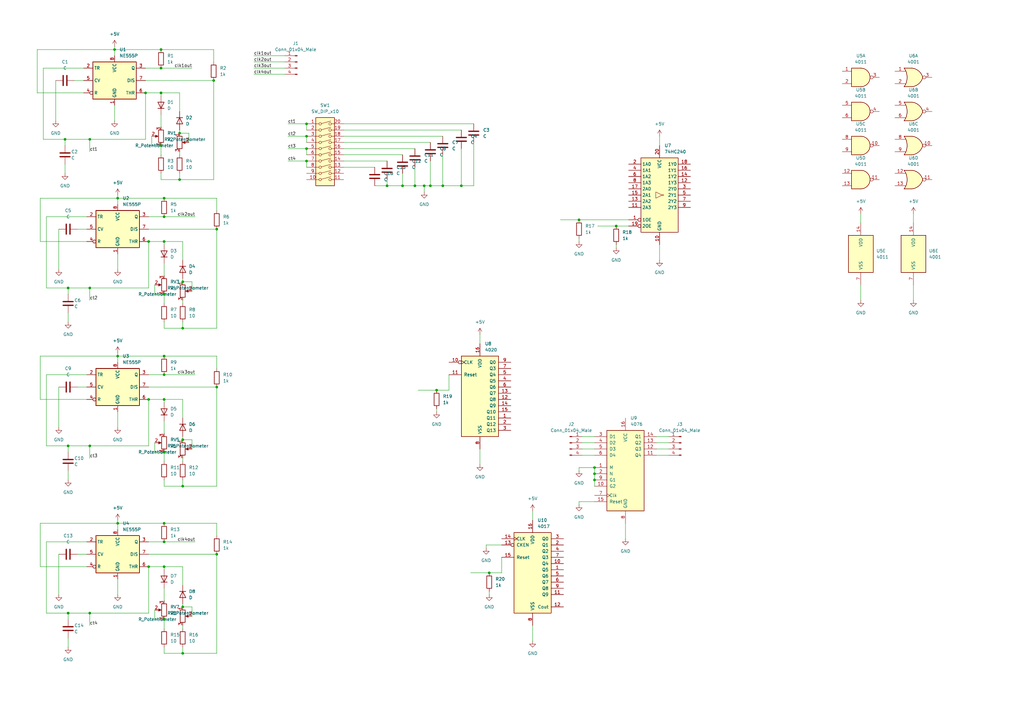
<source format=kicad_sch>
(kicad_sch (version 20211123) (generator eeschema)
  (paper "A3")
  (lib_symbols
    (symbol "4xxx:4001" (pin_names (offset 1.016))
      (property "Reference" "U" (at 0 1.27 0))
      (property "Value" "4001" (at 0 -1.27 0))
      (symbol "4001_1_1"
        (pin input line (at -7.62 2.54 0) (length 4.318) (name "~") (number "1"))
        (pin input line (at -7.62 -2.54 0) (length 4.318) (name "~") (number "2"))
        (pin output inverted (at 7.62 0 180) (length 3.81) (name "~") (number "3"))
      )
      (symbol "4001_1_2"
        (pin input inverted (at -7.62 2.54 0) (length 3.81) (name "~") (number "1"))
        (pin input inverted (at -7.62 -2.54 0) (length 3.81) (name "~") (number "2"))
        (pin output line (at 7.62 0 180) (length 3.81) (name "~") (number "3"))
      )
      (symbol "4001_2_1"
        (pin output inverted (at 7.62 0 180) (length 3.81) (name "~") (number "4"))
        (pin input line (at -7.62 2.54 0) (length 4.318) (name "~") (number "5"))
        (pin input line (at -7.62 -2.54 0) (length 4.318) (name "~") (number "6"))
      )
      (symbol "4001_2_2"
        (pin output line (at 7.62 0 180) (length 3.81) (name "~") (number "4"))
        (pin input inverted (at -7.62 2.54 0) (length 3.81) (name "~") (number "5"))
        (pin input inverted (at -7.62 -2.54 0) (length 3.81) (name "~") (number "6"))
      )
      (symbol "4001_3_1"
        (pin output inverted (at 7.62 0 180) (length 3.81) (name "~") (number "10"))
        (pin input line (at -7.62 2.54 0) (length 4.318) (name "~") (number "8"))
        (pin input line (at -7.62 -2.54 0) (length 4.318) (name "~") (number "9"))
      )
      (symbol "4001_3_2"
        (pin output line (at 7.62 0 180) (length 3.81) (name "~") (number "10"))
        (pin input inverted (at -7.62 2.54 0) (length 3.81) (name "~") (number "8"))
        (pin input inverted (at -7.62 -2.54 0) (length 3.81) (name "~") (number "9"))
      )
      (symbol "4001_4_1"
        (pin output inverted (at 7.62 0 180) (length 3.81) (name "~") (number "11"))
        (pin input line (at -7.62 2.54 0) (length 4.318) (name "~") (number "12"))
        (pin input line (at -7.62 -2.54 0) (length 4.318) (name "~") (number "13"))
      )
      (symbol "4001_4_2"
        (pin output line (at 7.62 0 180) (length 3.81) (name "~") (number "11"))
        (pin input inverted (at -7.62 2.54 0) (length 3.81) (name "~") (number "12"))
        (pin input inverted (at -7.62 -2.54 0) (length 3.81) (name "~") (number "13"))
      )
      (symbol "4001_5_0"
        (pin power_in line (at 0 12.7 270) (length 5.08) (name "VDD") (number "14"))
        (pin power_in line (at 0 -12.7 90) (length 5.08) (name "VSS") (number "7"))
      )
    )
    (symbol "4xxx:4011" (pin_names (offset 1.016))
      (property "Reference" "U" (at 0 1.27 0))
      (property "Value" "4011" (at 0 -1.27 0))
      (symbol "4011_1_1"
        (pin input line (at -7.62 2.54 0) (length 3.81) (name "~") (number "1"))
        (pin input line (at -7.62 -2.54 0) (length 3.81) (name "~") (number "2"))
        (pin output inverted (at 7.62 0 180) (length 3.81) (name "~") (number "3"))
      )
      (symbol "4011_1_2"
        (pin input inverted (at -7.62 2.54 0) (length 4.318) (name "~") (number "1"))
        (pin input inverted (at -7.62 -2.54 0) (length 4.318) (name "~") (number "2"))
        (pin output line (at 7.62 0 180) (length 3.81) (name "~") (number "3"))
      )
      (symbol "4011_2_1"
        (pin output inverted (at 7.62 0 180) (length 3.81) (name "~") (number "4"))
        (pin input line (at -7.62 2.54 0) (length 3.81) (name "~") (number "5"))
        (pin input line (at -7.62 -2.54 0) (length 3.81) (name "~") (number "6"))
      )
      (symbol "4011_2_2"
        (pin output line (at 7.62 0 180) (length 3.81) (name "~") (number "4"))
        (pin input inverted (at -7.62 2.54 0) (length 4.318) (name "~") (number "5"))
        (pin input inverted (at -7.62 -2.54 0) (length 4.318) (name "~") (number "6"))
      )
      (symbol "4011_3_1"
        (pin output inverted (at 7.62 0 180) (length 3.81) (name "~") (number "10"))
        (pin input line (at -7.62 2.54 0) (length 3.81) (name "~") (number "8"))
        (pin input line (at -7.62 -2.54 0) (length 3.81) (name "~") (number "9"))
      )
      (symbol "4011_3_2"
        (pin output line (at 7.62 0 180) (length 3.81) (name "~") (number "10"))
        (pin input inverted (at -7.62 2.54 0) (length 4.318) (name "~") (number "8"))
        (pin input inverted (at -7.62 -2.54 0) (length 4.318) (name "~") (number "9"))
      )
      (symbol "4011_4_1"
        (pin output inverted (at 7.62 0 180) (length 3.81) (name "~") (number "11"))
        (pin input line (at -7.62 2.54 0) (length 3.81) (name "~") (number "12"))
        (pin input line (at -7.62 -2.54 0) (length 3.81) (name "~") (number "13"))
      )
      (symbol "4011_4_2"
        (pin output line (at 7.62 0 180) (length 3.81) (name "~") (number "11"))
        (pin input inverted (at -7.62 2.54 0) (length 4.318) (name "~") (number "12"))
        (pin input inverted (at -7.62 -2.54 0) (length 4.318) (name "~") (number "13"))
      )
      (symbol "4011_5_0"
        (pin power_in line (at 0 12.7 270) (length 5.08) (name "VDD") (number "14"))
        (pin power_in line (at 0 -12.7 90) (length 5.08) (name "VSS") (number "7"))
      )
    )
    (symbol "4xxx:4017" (pin_names (offset 1.016))
      (property "Reference" "U" (at -7.62 16.51 0))
      (property "Value" "4017" (at -7.62 -19.05 0))
      (symbol "4017_1_0"
        (pin output line (at 12.7 0 180) (length 5.08) (name "Q5") (number "1"))
        (pin output line (at 12.7 2.54 180) (length 5.08) (name "Q4") (number "10"))
        (pin output line (at 12.7 -10.16 180) (length 5.08) (name "Q9") (number "11"))
        (pin output line (at 12.7 -15.24 180) (length 5.08) (name "Cout") (number "12"))
        (pin input inverted (at -12.7 10.16 0) (length 5.08) (name "CKEN") (number "13"))
        (pin input clock (at -12.7 12.7 0) (length 5.08) (name "CLK") (number "14"))
        (pin input line (at -12.7 5.08 0) (length 5.08) (name "Reset") (number "15"))
        (pin power_in line (at 0 20.32 270) (length 5.08) (name "VDD") (number "16"))
        (pin output line (at 12.7 10.16 180) (length 5.08) (name "Q1") (number "2"))
        (pin output line (at 12.7 12.7 180) (length 5.08) (name "Q0") (number "3"))
        (pin output line (at 12.7 7.62 180) (length 5.08) (name "Q2") (number "4"))
        (pin output line (at 12.7 -2.54 180) (length 5.08) (name "Q6") (number "5"))
        (pin output line (at 12.7 -5.08 180) (length 5.08) (name "Q7") (number "6"))
        (pin output line (at 12.7 5.08 180) (length 5.08) (name "Q3") (number "7"))
        (pin power_in line (at 0 -22.86 90) (length 5.08) (name "VSS") (number "8"))
        (pin output line (at 12.7 -7.62 180) (length 5.08) (name "Q8") (number "9"))
      )
    )
    (symbol "4xxx:4020" (pin_names (offset 1.016))
      (property "Reference" "U" (at -7.62 16.51 0))
      (property "Value" "4020" (at -7.62 -19.05 0))
      (symbol "4020_1_0"
        (pin output line (at 12.7 -10.16 180) (length 5.08) (name "Q11") (number "1"))
        (pin input inverted_clock (at -12.7 12.7 0) (length 5.08) (name "CLK") (number "10"))
        (pin input line (at -12.7 7.62 0) (length 5.08) (name "Reset") (number "11"))
        (pin output line (at 12.7 -2.54 180) (length 5.08) (name "Q8") (number "12"))
        (pin output line (at 12.7 0 180) (length 5.08) (name "Q7") (number "13"))
        (pin output line (at 12.7 -5.08 180) (length 5.08) (name "Q9") (number "14"))
        (pin output line (at 12.7 -7.62 180) (length 5.08) (name "Q10") (number "15"))
        (pin power_in line (at 0 20.32 270) (length 5.08) (name "VDD") (number "16"))
        (pin output line (at 12.7 -12.7 180) (length 5.08) (name "Q12") (number "2"))
        (pin output line (at 12.7 -15.24 180) (length 5.08) (name "Q13") (number "3"))
        (pin output line (at 12.7 5.08 180) (length 5.08) (name "Q5") (number "4"))
        (pin output line (at 12.7 7.62 180) (length 5.08) (name "Q4") (number "5"))
        (pin output line (at 12.7 2.54 180) (length 5.08) (name "Q6") (number "6"))
        (pin output line (at 12.7 10.16 180) (length 5.08) (name "Q3") (number "7"))
        (pin power_in line (at 0 -22.86 90) (length 5.08) (name "VSS") (number "8"))
        (pin output line (at 12.7 12.7 180) (length 5.08) (name "Q0") (number "9"))
      )
    )
    (symbol "4xxx:4076" (pin_names (offset 1.016))
      (property "Reference" "U" (at -7.62 16.51 0))
      (property "Value" "4076" (at -7.62 -19.05 0))
      (symbol "4076_1_0"
        (pin input line (at -12.7 0 0) (length 5.08) (name "M") (number "1"))
        (pin input line (at -12.7 -7.62 0) (length 5.08) (name "G2") (number "10"))
        (pin tri_state line (at 12.7 5.08 180) (length 5.08) (name "Q4") (number "11"))
        (pin tri_state line (at 12.7 7.62 180) (length 5.08) (name "Q3") (number "12"))
        (pin tri_state line (at 12.7 10.16 180) (length 5.08) (name "Q2") (number "13"))
        (pin tri_state line (at 12.7 12.7 180) (length 5.08) (name "Q1") (number "14"))
        (pin input line (at -12.7 -13.97 0) (length 5.08) (name "Reset") (number "15"))
        (pin power_in line (at 0 20.32 270) (length 5.08) (name "VCC") (number "16"))
        (pin input line (at -12.7 -2.54 0) (length 5.08) (name "N") (number "2"))
        (pin input line (at -12.7 12.7 0) (length 5.08) (name "D1") (number "3"))
        (pin input line (at -12.7 10.16 0) (length 5.08) (name "D2") (number "4"))
        (pin input line (at -12.7 7.62 0) (length 5.08) (name "D3") (number "5"))
        (pin tri_state line (at -12.7 5.08 0) (length 5.08) (name "D4") (number "6"))
        (pin input clock (at -12.7 -11.43 0) (length 5.08) (name "Clk") (number "7"))
        (pin power_in line (at 0 -22.86 90) (length 5.08) (name "GND") (number "8"))
        (pin input line (at -12.7 -5.08 0) (length 5.08) (name "G1") (number "9"))
      )
    )
    (symbol "74xx:74HC240"
      (property "Reference" "U" (at -7.62 16.51 0))
      (property "Value" "74HC240" (at -7.62 -16.51 0))
      (symbol "74HC240_1_0"
        (pin input inverted (at -12.7 -10.16 0) (length 5.08) (name "1OE") (number "1"))
        (pin power_in line (at 0 -20.32 90) (length 5.08) (name "GND") (number "10"))
        (pin input line (at -12.7 -5.08 0) (length 5.08) (name "2A3") (number "11"))
        (pin tri_state line (at 12.7 5.08 180) (length 5.08) (name "1Y3") (number "12"))
        (pin input line (at -12.7 -2.54 0) (length 5.08) (name "2A2") (number "13"))
        (pin tri_state line (at 12.7 7.62 180) (length 5.08) (name "1Y2") (number "14"))
        (pin input line (at -12.7 0 0) (length 5.08) (name "2A1") (number "15"))
        (pin tri_state line (at 12.7 10.16 180) (length 5.08) (name "1Y1") (number "16"))
        (pin input line (at -12.7 2.54 0) (length 5.08) (name "2A0") (number "17"))
        (pin tri_state line (at 12.7 12.7 180) (length 5.08) (name "1Y0") (number "18"))
        (pin input inverted (at -12.7 -12.7 0) (length 5.08) (name "2OE") (number "19"))
        (pin input line (at -12.7 12.7 0) (length 5.08) (name "1A0") (number "2"))
        (pin power_in line (at 0 20.32 270) (length 5.08) (name "VCC") (number "20"))
        (pin tri_state line (at 12.7 2.54 180) (length 5.08) (name "2Y0") (number "3"))
        (pin input line (at -12.7 10.16 0) (length 5.08) (name "1A1") (number "4"))
        (pin tri_state line (at 12.7 0 180) (length 5.08) (name "2Y1") (number "5"))
        (pin input line (at -12.7 7.62 0) (length 5.08) (name "1A2") (number "6"))
        (pin tri_state line (at 12.7 -2.54 180) (length 5.08) (name "2Y2") (number "7"))
        (pin input line (at -12.7 5.08 0) (length 5.08) (name "1A3") (number "8"))
        (pin tri_state line (at 12.7 -5.08 180) (length 5.08) (name "2Y3") (number "9"))
      )
    )
    (symbol "Connector:Conn_01x04_Male" (pin_names (offset 1.016) hide)
      (property "Reference" "J" (at 0 5.08 0))
      (property "Value" "Conn_01x04_Male" (at 0 -7.62 0))
      (symbol "Conn_01x04_Male_1_1"
        (pin passive line (at 5.08 2.54 180) (length 3.81) (name "Pin_1") (number "1"))
        (pin passive line (at 5.08 0 180) (length 3.81) (name "Pin_2") (number "2"))
        (pin passive line (at 5.08 -2.54 180) (length 3.81) (name "Pin_3") (number "3"))
        (pin passive line (at 5.08 -5.08 180) (length 3.81) (name "Pin_4") (number "4"))
      )
    )
    (symbol "Device:C" (pin_numbers hide) (pin_names (offset 0.254))
      (property "Reference" "C" (at 0.635 2.54 0))
      (property "Value" "C" (at 0.635 -2.54 0))
      (symbol "C_1_1"
        (pin passive line (at 0 3.81 270) (length 2.794) (name "~") (number "1"))
        (pin passive line (at 0 -3.81 90) (length 2.794) (name "~") (number "2"))
      )
    )
    (symbol "Device:D" (pin_numbers hide) (pin_names (offset 1.016) hide)
      (property "Reference" "D" (at 0 2.54 0))
      (property "Value" "D" (at 0 -2.54 0))
      (symbol "D_1_1"
        (pin passive line (at -3.81 0 0) (length 2.54) (name "K") (number "1"))
        (pin passive line (at 3.81 0 180) (length 2.54) (name "A") (number "2"))
      )
    )
    (symbol "Device:R" (pin_numbers hide) (pin_names (offset 0))
      (property "Reference" "R" (at 2.032 0 90))
      (property "Value" "R" (at 0 0 90))
      (symbol "R_1_1"
        (pin passive line (at 0 3.81 270) (length 1.27) (name "~") (number "1"))
        (pin passive line (at 0 -3.81 90) (length 1.27) (name "~") (number "2"))
      )
    )
    (symbol "Device:R_Potentiometer" (pin_names (offset 1.016) hide)
      (property "Reference" "RV" (at -4.445 0 90))
      (property "Value" "R_Potentiometer" (at -2.54 0 90))
      (symbol "R_Potentiometer_1_1"
        (pin passive line (at 0 3.81 270) (length 1.27) (name "1") (number "1"))
        (pin passive line (at 3.81 0 180) (length 1.27) (name "2") (number "2"))
        (pin passive line (at 0 -3.81 90) (length 1.27) (name "3") (number "3"))
      )
    )
    (symbol "Switch:SW_DIP_x10" (pin_names (offset 0) hide)
      (property "Reference" "SW" (at 0 16.51 0))
      (property "Value" "SW_DIP_x10" (at 0 -13.97 0))
      (symbol "SW_DIP_x10_1_1"
        (pin passive line (at -7.62 12.7 0) (length 5.08) (name "~") (number "1"))
        (pin passive line (at -7.62 -10.16 0) (length 5.08) (name "~") (number "10"))
        (pin passive line (at 7.62 -10.16 180) (length 5.08) (name "~") (number "11"))
        (pin passive line (at 7.62 -7.62 180) (length 5.08) (name "~") (number "12"))
        (pin passive line (at 7.62 -5.08 180) (length 5.08) (name "~") (number "13"))
        (pin passive line (at 7.62 -2.54 180) (length 5.08) (name "~") (number "14"))
        (pin passive line (at 7.62 0 180) (length 5.08) (name "~") (number "15"))
        (pin passive line (at 7.62 2.54 180) (length 5.08) (name "~") (number "16"))
        (pin passive line (at 7.62 5.08 180) (length 5.08) (name "~") (number "17"))
        (pin passive line (at 7.62 7.62 180) (length 5.08) (name "~") (number "18"))
        (pin passive line (at 7.62 10.16 180) (length 5.08) (name "~") (number "19"))
        (pin passive line (at -7.62 10.16 0) (length 5.08) (name "~") (number "2"))
        (pin passive line (at 7.62 12.7 180) (length 5.08) (name "~") (number "20"))
        (pin passive line (at -7.62 7.62 0) (length 5.08) (name "~") (number "3"))
        (pin passive line (at -7.62 5.08 0) (length 5.08) (name "~") (number "4"))
        (pin passive line (at -7.62 2.54 0) (length 5.08) (name "~") (number "5"))
        (pin passive line (at -7.62 0 0) (length 5.08) (name "~") (number "6"))
        (pin passive line (at -7.62 -2.54 0) (length 5.08) (name "~") (number "7"))
        (pin passive line (at -7.62 -5.08 0) (length 5.08) (name "~") (number "8"))
        (pin passive line (at -7.62 -7.62 0) (length 5.08) (name "~") (number "9"))
      )
    )
    (symbol "Timer:NE555P"
      (property "Reference" "U" (at -10.16 8.89 0))
      (property "Value" "NE555P" (at 2.54 8.89 0))
      (symbol "NE555P_0_0"
        (pin power_in line (at 0 -10.16 90) (length 2.54) (name "GND") (number "1"))
        (pin power_in line (at 0 10.16 270) (length 2.54) (name "VCC") (number "8"))
      )
      (symbol "NE555P_1_1"
        (pin input line (at -12.7 5.08 0) (length 3.81) (name "TR") (number "2"))
        (pin output line (at 12.7 5.08 180) (length 3.81) (name "Q") (number "3"))
        (pin input inverted (at -12.7 -5.08 0) (length 3.81) (name "R") (number "4"))
        (pin input line (at -12.7 0 0) (length 3.81) (name "CV") (number "5"))
        (pin input line (at 12.7 -5.08 180) (length 3.81) (name "THR") (number "6"))
        (pin input line (at 12.7 0 180) (length 3.81) (name "DIS") (number "7"))
      )
    )
    (symbol "power:+5V" (power) (pin_names (offset 0))
      (property "Value" "+5V" (at 0 3.556 0))
      (symbol "+5V_1_1"
        (pin power_in line (at 0 0 90) (length 0) hide (name "+5V") (number "1"))
      )
    )
    (symbol "power:GND" (power) (pin_names (offset 0))
      (property "Value" "GND" (at 0 -3.81 0))
      (symbol "GND_1_1"
        (pin power_in line (at 0 0 270) (length 0) hide (name "GND") (number "1"))
      )
    )
  )
  (junction (at 243.84 194.31))
  (junction (at 27.94 182.88))
  (junction (at 67.31 120.65))
  (junction (at 48.26 214.63))
  (junction (at 173.99 76.2))
  (junction (at 27.94 251.46))
  (junction (at 66.04 27.94))
  (junction (at 125.73 50.8))
  (junction (at 125.73 66.04))
  (junction (at 73.66 54.61))
  (junction (at 181.61 76.2))
  (junction (at 48.26 146.05))
  (junction (at 67.31 232.41))
  (junction (at 60.96 232.41))
  (junction (at 67.31 163.83))
  (junction (at 36.83 182.88))
  (junction (at 59.69 38.1))
  (junction (at 73.66 73.66))
  (junction (at 67.31 146.05))
  (junction (at 87.63 33.02))
  (junction (at 125.73 55.88))
  (junction (at 252.73 92.71))
  (junction (at 67.31 214.63))
  (junction (at 88.9 158.75))
  (junction (at 36.83 57.15))
  (junction (at 243.84 196.85))
  (junction (at 67.31 254))
  (junction (at 67.31 88.9))
  (junction (at 74.93 248.92))
  (junction (at 60.96 99.06))
  (junction (at 165.1 76.2))
  (junction (at 88.9 93.98))
  (junction (at 200.66 234.95))
  (junction (at 74.93 199.39))
  (junction (at 60.96 163.83))
  (junction (at 67.31 222.25))
  (junction (at 176.53 76.2))
  (junction (at 74.93 267.97))
  (junction (at 46.99 20.32))
  (junction (at 66.04 59.69))
  (junction (at 189.23 76.2))
  (junction (at 66.04 20.32))
  (junction (at 67.31 99.06))
  (junction (at 158.75 76.2))
  (junction (at 74.93 180.34))
  (junction (at 179.07 160.02))
  (junction (at 26.67 57.15))
  (junction (at 125.73 60.96))
  (junction (at 36.83 118.11))
  (junction (at 48.26 81.28))
  (junction (at 67.31 153.67))
  (junction (at 67.31 81.28))
  (junction (at 237.49 90.17))
  (junction (at 170.18 76.2))
  (junction (at 36.83 251.46))
  (junction (at 27.94 118.11))
  (junction (at 66.04 38.1))
  (junction (at 74.93 115.57))
  (junction (at 67.31 185.42))
  (junction (at 88.9 227.33))
  (junction (at 243.84 191.77))
  (junction (at 74.93 134.62))
  (wire (pts (xy 237.49 90.17) (xy 257.81 90.17)))
  (wire (pts (xy 243.84 191.77) (xy 243.84 194.31)))
  (wire (pts (xy 27.94 261.62) (xy 27.94 265.43)))
  (wire (pts (xy 77.47 58.42) (xy 77.47 54.61)))
  (wire (pts (xy 140.97 55.88) (xy 181.61 55.88)))
  (wire (pts (xy 16.51 99.06) (xy 16.51 81.28)))
  (wire (pts (xy 77.47 54.61) (xy 73.66 54.61)))
  (wire (pts (xy 67.31 134.62) (xy 74.93 134.62)))
  (wire (pts (xy 19.05 153.67) (xy 35.56 153.67)))
  (wire (pts (xy 74.93 114.3) (xy 74.93 115.57)))
  (wire (pts (xy 17.78 27.94) (xy 34.29 27.94)))
  (wire (pts (xy 59.69 27.94) (xy 66.04 27.94)))
  (wire (pts (xy 237.49 205.74) (xy 243.84 205.74)))
  (wire (pts (xy 46.99 20.32) (xy 66.04 20.32)))
  (wire (pts (xy 199.39 223.52) (xy 199.39 224.79)))
  (wire (pts (xy 26.67 57.15) (xy 17.78 57.15)))
  (wire (pts (xy 74.93 132.08) (xy 74.93 134.62)))
  (wire (pts (xy 26.67 57.15) (xy 26.67 59.69)))
  (wire (pts (xy 31.75 158.75) (xy 35.56 158.75)))
  (wire (pts (xy 200.66 234.95) (xy 205.74 234.95)))
  (wire (pts (xy 118.11 50.8) (xy 125.73 50.8)))
  (wire (pts (xy 274.32 179.07) (xy 269.24 179.07)))
  (wire (pts (xy 74.93 134.62) (xy 88.9 134.62)))
  (wire (pts (xy 66.04 59.69) (xy 66.04 63.5)))
  (wire (pts (xy 34.29 38.1) (xy 15.24 38.1)))
  (wire (pts (xy 67.31 146.05) (xy 88.9 146.05)))
  (wire (pts (xy 170.18 76.2) (xy 165.1 76.2)))
  (wire (pts (xy 158.75 76.2) (xy 158.75 73.66)))
  (wire (pts (xy 171.45 160.02) (xy 179.07 160.02)))
  (wire (pts (xy 374.65 87.63) (xy 374.65 91.44)))
  (wire (pts (xy 243.84 196.85) (xy 243.84 199.39)))
  (wire (pts (xy 67.31 153.67) (xy 80.01 153.67)))
  (wire (pts (xy 60.96 227.33) (xy 88.9 227.33)))
  (wire (pts (xy 78.74 248.92) (xy 74.93 248.92)))
  (wire (pts (xy 67.31 99.06) (xy 67.31 100.33)))
  (wire (pts (xy 140.97 63.5) (xy 165.1 63.5)))
  (wire (pts (xy 27.94 182.88) (xy 27.94 185.42)))
  (wire (pts (xy 74.93 267.97) (xy 88.9 267.97)))
  (wire (pts (xy 66.04 20.32) (xy 87.63 20.32)))
  (wire (pts (xy 67.31 232.41) (xy 67.31 233.68)))
  (wire (pts (xy 74.93 199.39) (xy 88.9 199.39)))
  (wire (pts (xy 46.99 19.05) (xy 46.99 20.32)))
  (wire (pts (xy 46.99 20.32) (xy 46.99 22.86)))
  (wire (pts (xy 194.31 76.2) (xy 189.23 76.2)))
  (wire (pts (xy 181.61 63.5) (xy 181.61 76.2)))
  (wire (pts (xy 48.26 237.49) (xy 48.26 243.84)))
  (wire (pts (xy 270.51 100.33) (xy 270.51 106.68)))
  (wire (pts (xy 36.83 182.88) (xy 60.96 182.88)))
  (wire (pts (xy 48.26 168.91) (xy 48.26 175.26)))
  (wire (pts (xy 66.04 38.1) (xy 73.66 38.1)))
  (wire (pts (xy 116.84 30.48) (xy 104.14 30.48)))
  (wire (pts (xy 60.96 163.83) (xy 67.31 163.83)))
  (wire (pts (xy 60.96 99.06) (xy 67.31 99.06)))
  (wire (pts (xy 66.04 73.66) (xy 73.66 73.66)))
  (wire (pts (xy 62.23 55.88) (xy 62.23 59.69)))
  (wire (pts (xy 63.5 250.19) (xy 63.5 254)))
  (wire (pts (xy 218.44 209.55) (xy 218.44 213.36)))
  (wire (pts (xy 87.63 25.4) (xy 87.63 20.32)))
  (wire (pts (xy 237.49 191.77) (xy 237.49 193.04)))
  (wire (pts (xy 30.48 33.02) (xy 34.29 33.02)))
  (wire (pts (xy 118.11 66.04) (xy 125.73 66.04)))
  (wire (pts (xy 245.11 92.71) (xy 252.73 92.71)))
  (wire (pts (xy 35.56 163.83) (xy 16.51 163.83)))
  (wire (pts (xy 67.31 163.83) (xy 74.93 163.83)))
  (wire (pts (xy 27.94 128.27) (xy 27.94 132.08)))
  (wire (pts (xy 27.94 251.46) (xy 36.83 251.46)))
  (wire (pts (xy 125.73 50.8) (xy 125.73 53.34)))
  (wire (pts (xy 48.26 214.63) (xy 67.31 214.63)))
  (wire (pts (xy 67.31 120.65) (xy 67.31 124.46)))
  (wire (pts (xy 67.31 196.85) (xy 67.31 199.39)))
  (wire (pts (xy 27.94 118.11) (xy 19.05 118.11)))
  (wire (pts (xy 63.5 120.65) (xy 67.31 120.65)))
  (wire (pts (xy 48.26 214.63) (xy 48.26 217.17)))
  (wire (pts (xy 59.69 38.1) (xy 59.69 57.15)))
  (wire (pts (xy 27.94 118.11) (xy 36.83 118.11)))
  (wire (pts (xy 194.31 58.42) (xy 194.31 76.2)))
  (wire (pts (xy 205.74 228.6) (xy 205.74 234.95)))
  (wire (pts (xy 116.84 22.86) (xy 104.14 22.86)))
  (wire (pts (xy 19.05 182.88) (xy 19.05 153.67)))
  (wire (pts (xy 19.05 88.9) (xy 35.56 88.9)))
  (wire (pts (xy 256.54 214.63) (xy 256.54 220.98)))
  (wire (pts (xy 66.04 46.99) (xy 66.04 52.07)))
  (wire (pts (xy 199.39 223.52) (xy 205.74 223.52)))
  (wire (pts (xy 74.93 196.85) (xy 74.93 199.39)))
  (wire (pts (xy 66.04 71.12) (xy 66.04 73.66)))
  (wire (pts (xy 274.32 181.61) (xy 269.24 181.61)))
  (wire (pts (xy 140.97 53.34) (xy 189.23 53.34)))
  (wire (pts (xy 31.75 227.33) (xy 35.56 227.33)))
  (wire (pts (xy 140.97 58.42) (xy 176.53 58.42)))
  (wire (pts (xy 243.84 194.31) (xy 243.84 196.85)))
  (wire (pts (xy 27.94 182.88) (xy 36.83 182.88)))
  (wire (pts (xy 48.26 81.28) (xy 48.26 83.82)))
  (wire (pts (xy 374.65 116.84) (xy 374.65 123.19)))
  (wire (pts (xy 196.85 184.15) (xy 196.85 190.5)))
  (wire (pts (xy 36.83 57.15) (xy 59.69 57.15)))
  (wire (pts (xy 46.99 43.18) (xy 46.99 49.53)))
  (wire (pts (xy 36.83 182.88) (xy 36.83 187.96)))
  (wire (pts (xy 73.66 71.12) (xy 73.66 73.66)))
  (wire (pts (xy 252.73 100.33) (xy 252.73 101.6)))
  (wire (pts (xy 62.23 59.69) (xy 66.04 59.69)))
  (wire (pts (xy 27.94 251.46) (xy 19.05 251.46)))
  (wire (pts (xy 17.78 57.15) (xy 17.78 27.94)))
  (wire (pts (xy 15.24 38.1) (xy 15.24 20.32)))
  (wire (pts (xy 173.99 76.2) (xy 173.99 78.74)))
  (wire (pts (xy 59.69 38.1) (xy 66.04 38.1)))
  (wire (pts (xy 78.74 184.15) (xy 78.74 180.34)))
  (wire (pts (xy 237.49 97.79) (xy 237.49 99.06)))
  (wire (pts (xy 16.51 214.63) (xy 48.26 214.63)))
  (wire (pts (xy 67.31 99.06) (xy 74.93 99.06)))
  (wire (pts (xy 74.93 247.65) (xy 74.93 248.92)))
  (wire (pts (xy 274.32 186.69) (xy 269.24 186.69)))
  (wire (pts (xy 15.24 20.32) (xy 46.99 20.32)))
  (wire (pts (xy 125.73 60.96) (xy 125.73 63.5)))
  (wire (pts (xy 88.9 93.98) (xy 88.9 134.62)))
  (wire (pts (xy 252.73 92.71) (xy 257.81 92.71)))
  (wire (pts (xy 116.84 27.94) (xy 104.14 27.94)))
  (wire (pts (xy 179.07 160.02) (xy 184.15 160.02)))
  (wire (pts (xy 63.5 185.42) (xy 67.31 185.42)))
  (wire (pts (xy 67.31 241.3) (xy 67.31 246.38)))
  (wire (pts (xy 60.96 153.67) (xy 67.31 153.67)))
  (wire (pts (xy 184.15 153.67) (xy 184.15 160.02)))
  (wire (pts (xy 35.56 99.06) (xy 16.51 99.06)))
  (wire (pts (xy 238.76 181.61) (xy 243.84 181.61)))
  (wire (pts (xy 179.07 167.64) (xy 179.07 168.91)))
  (wire (pts (xy 19.05 118.11) (xy 19.05 88.9)))
  (wire (pts (xy 74.93 240.03) (xy 74.93 232.41)))
  (wire (pts (xy 274.32 184.15) (xy 269.24 184.15)))
  (wire (pts (xy 66.04 38.1) (xy 66.04 39.37)))
  (wire (pts (xy 16.51 163.83) (xy 16.51 146.05)))
  (wire (pts (xy 78.74 180.34) (xy 74.93 180.34)))
  (wire (pts (xy 16.51 232.41) (xy 16.51 214.63)))
  (wire (pts (xy 60.96 222.25) (xy 67.31 222.25)))
  (wire (pts (xy 48.26 104.14) (xy 48.26 110.49)))
  (wire (pts (xy 140.97 66.04) (xy 158.75 66.04)))
  (wire (pts (xy 353.06 116.84) (xy 353.06 123.19)))
  (wire (pts (xy 60.96 232.41) (xy 60.96 251.46)))
  (wire (pts (xy 229.87 90.17) (xy 237.49 90.17)))
  (wire (pts (xy 237.49 191.77) (xy 243.84 191.77)))
  (wire (pts (xy 16.51 81.28) (xy 48.26 81.28)))
  (wire (pts (xy 176.53 76.2) (xy 173.99 76.2)))
  (wire (pts (xy 73.66 73.66) (xy 87.63 73.66)))
  (wire (pts (xy 67.31 267.97) (xy 74.93 267.97)))
  (wire (pts (xy 140.97 60.96) (xy 170.18 60.96)))
  (wire (pts (xy 24.13 227.33) (xy 24.13 243.84)))
  (wire (pts (xy 125.73 55.88) (xy 125.73 58.42)))
  (wire (pts (xy 189.23 60.96) (xy 189.23 76.2)))
  (wire (pts (xy 118.11 55.88) (xy 125.73 55.88)))
  (wire (pts (xy 67.31 88.9) (xy 80.01 88.9)))
  (wire (pts (xy 189.23 76.2) (xy 181.61 76.2)))
  (wire (pts (xy 60.96 93.98) (xy 88.9 93.98)))
  (wire (pts (xy 165.1 71.12) (xy 165.1 76.2)))
  (wire (pts (xy 74.93 106.68) (xy 74.93 99.06)))
  (wire (pts (xy 59.69 33.02) (xy 87.63 33.02)))
  (wire (pts (xy 74.93 256.54) (xy 74.93 257.81)))
  (wire (pts (xy 238.76 186.69) (xy 243.84 186.69)))
  (wire (pts (xy 48.26 80.01) (xy 48.26 81.28)))
  (wire (pts (xy 73.66 62.23) (xy 73.66 63.5)))
  (wire (pts (xy 196.85 137.16) (xy 196.85 140.97)))
  (wire (pts (xy 238.76 179.07) (xy 243.84 179.07)))
  (wire (pts (xy 153.67 76.2) (xy 158.75 76.2)))
  (wire (pts (xy 67.31 265.43) (xy 67.31 267.97)))
  (wire (pts (xy 87.63 33.02) (xy 87.63 73.66)))
  (wire (pts (xy 88.9 151.13) (xy 88.9 146.05)))
  (wire (pts (xy 26.67 57.15) (xy 36.83 57.15)))
  (wire (pts (xy 35.56 232.41) (xy 16.51 232.41)))
  (wire (pts (xy 36.83 57.15) (xy 36.83 62.23)))
  (wire (pts (xy 36.83 256.54) (xy 36.83 251.46)))
  (wire (pts (xy 60.96 232.41) (xy 67.31 232.41)))
  (wire (pts (xy 353.06 87.63) (xy 353.06 91.44)))
  (wire (pts (xy 60.96 99.06) (xy 60.96 118.11)))
  (wire (pts (xy 27.94 251.46) (xy 27.94 254)))
  (wire (pts (xy 88.9 219.71) (xy 88.9 214.63)))
  (wire (pts (xy 67.31 81.28) (xy 88.9 81.28)))
  (wire (pts (xy 48.26 81.28) (xy 67.31 81.28)))
  (wire (pts (xy 67.31 222.25) (xy 80.01 222.25)))
  (wire (pts (xy 67.31 163.83) (xy 67.31 165.1)))
  (wire (pts (xy 22.86 33.02) (xy 22.86 49.53)))
  (wire (pts (xy 36.83 118.11) (xy 60.96 118.11)))
  (wire (pts (xy 60.96 158.75) (xy 88.9 158.75)))
  (wire (pts (xy 19.05 222.25) (xy 35.56 222.25)))
  (wire (pts (xy 63.5 254) (xy 67.31 254)))
  (wire (pts (xy 67.31 214.63) (xy 88.9 214.63)))
  (wire (pts (xy 116.84 25.4) (xy 104.14 25.4)))
  (wire (pts (xy 67.31 185.42) (xy 67.31 189.23)))
  (wire (pts (xy 67.31 254) (xy 67.31 257.81)))
  (wire (pts (xy 63.5 181.61) (xy 63.5 185.42)))
  (wire (pts (xy 74.93 171.45) (xy 74.93 163.83)))
  (wire (pts (xy 36.83 118.11) (xy 36.83 123.19)))
  (wire (pts (xy 48.26 213.36) (xy 48.26 214.63)))
  (wire (pts (xy 67.31 172.72) (xy 67.31 177.8)))
  (wire (pts (xy 125.73 66.04) (xy 125.73 68.58)))
  (wire (pts (xy 67.31 199.39) (xy 74.93 199.39)))
  (wire (pts (xy 74.93 123.19) (xy 74.93 124.46)))
  (wire (pts (xy 181.61 76.2) (xy 176.53 76.2)))
  (wire (pts (xy 88.9 227.33) (xy 88.9 267.97)))
  (wire (pts (xy 140.97 50.8) (xy 194.31 50.8)))
  (wire (pts (xy 140.97 68.58) (xy 153.67 68.58)))
  (wire (pts (xy 60.96 163.83) (xy 60.96 182.88)))
  (wire (pts (xy 270.51 55.88) (xy 270.51 59.69)))
  (wire (pts (xy 218.44 256.54) (xy 218.44 262.89)))
  (wire (pts (xy 173.99 76.2) (xy 170.18 76.2)))
  (wire (pts (xy 118.11 60.96) (xy 125.73 60.96)))
  (wire (pts (xy 60.96 88.9) (xy 67.31 88.9)))
  (wire (pts (xy 78.74 115.57) (xy 74.93 115.57)))
  (wire (pts (xy 27.94 182.88) (xy 19.05 182.88)))
  (wire (pts (xy 74.93 187.96) (xy 74.93 189.23)))
  (wire (pts (xy 170.18 68.58) (xy 170.18 76.2)))
  (wire (pts (xy 88.9 158.75) (xy 88.9 199.39)))
  (wire (pts (xy 67.31 132.08) (xy 67.31 134.62)))
  (wire (pts (xy 193.04 234.95) (xy 200.66 234.95)))
  (wire (pts (xy 238.76 184.15) (xy 243.84 184.15)))
  (wire (pts (xy 74.93 179.07) (xy 74.93 180.34)))
  (wire (pts (xy 31.75 93.98) (xy 35.56 93.98)))
  (wire (pts (xy 200.66 242.57) (xy 200.66 243.84)))
  (wire (pts (xy 66.04 27.94) (xy 78.74 27.94)))
  (wire (pts (xy 24.13 158.75) (xy 24.13 175.26)))
  (wire (pts (xy 36.83 251.46) (xy 60.96 251.46)))
  (wire (pts (xy 73.66 53.34) (xy 73.66 54.61)))
  (wire (pts (xy 237.49 205.74) (xy 237.49 207.01)))
  (wire (pts (xy 73.66 45.72) (xy 73.66 38.1)))
  (wire (pts (xy 27.94 118.11) (xy 27.94 120.65)))
  (wire (pts (xy 26.67 67.31) (xy 26.67 71.12)))
  (wire (pts (xy 16.51 146.05) (xy 48.26 146.05)))
  (wire (pts (xy 176.53 66.04) (xy 176.53 76.2)))
  (wire (pts (xy 48.26 146.05) (xy 67.31 146.05)))
  (wire (pts (xy 48.26 146.05) (xy 48.26 148.59)))
  (wire (pts (xy 48.26 144.78) (xy 48.26 146.05)))
  (wire (pts (xy 24.13 93.98) (xy 24.13 110.49)))
  (wire (pts (xy 78.74 119.38) (xy 78.74 115.57)))
  (wire (pts (xy 78.74 252.73) (xy 78.74 248.92)))
  (wire (pts (xy 27.94 193.04) (xy 27.94 196.85)))
  (wire (pts (xy 88.9 86.36) (xy 88.9 81.28)))
  (wire (pts (xy 67.31 232.41) (xy 74.93 232.41)))
  (wire (pts (xy 165.1 76.2) (xy 158.75 76.2)))
  (wire (pts (xy 74.93 265.43) (xy 74.93 267.97)))
  (wire (pts (xy 63.5 116.84) (xy 63.5 120.65)))
  (wire (pts (xy 19.05 251.46) (xy 19.05 222.25)))
  (wire (pts (xy 67.31 107.95) (xy 67.31 113.03)))
  (label "clk1out" (at 78.74 27.94 180))
  (label "clk2out" (at 80.01 88.9 180))
  (label "clk2out" (at 104.14 25.4 0))
  (label "ct1" (at 36.83 62.23 0))
  (label "ct3" (at 36.83 187.96 0))
  (label "clk1out" (at 104.14 22.86 0))
  (label "clk4out" (at 104.14 30.48 0))
  (label "ct4" (at 118.11 66.04 0))
  (label "clk3out" (at 80.01 153.67 180))
  (label "clk4out" (at 80.01 222.25 180))
  (label "ct2" (at 118.11 55.88 0))
  (label "clk3out" (at 104.14 27.94 0))
  (label "ct1" (at 118.11 50.8 0))
  (label "ct4" (at 36.83 256.54 0))
  (label "ct3" (at 118.11 60.96 0))
  (label "ct2" (at 36.83 123.19 0))
  (symbol (lib_id "Device:R") (at 88.9 223.52 180) (unit 1)
    (property "Reference" "R14" (at 91.44 222.2499 0) (effects (justify right)))
    (property "Value" "1k" (at 91.44 224.7899 0) (effects (justify right)))
    (property "Footprint" "Resistor_THT:R_Axial_DIN0204_L3.6mm_D1.6mm_P5.08mm_Horizontal" (effects hide))
  )
  (symbol (lib_id "Device:R") (at 88.9 154.94 180) (unit 1)
    (property "Reference" "R10" (at 91.44 153.6699 0) (effects (justify right)))
    (property "Value" "1k" (at 91.44 156.2099 0) (effects (justify right)))
    (property "Footprint" "Resistor_THT:R_Axial_DIN0204_L3.6mm_D1.6mm_P5.08mm_Horizontal" (effects hide))
  )
  (symbol (lib_id "Device:D") (at 74.93 175.26 270) (unit 1)
    (property "Reference" "D6" (at 77.47 173.9899 90) (effects (justify left)))
    (property "Value" "D" (at 77.47 176.5299 90) (effects (justify left)))
    (property "Footprint" "Diode_THT:D_A-405_P5.08mm_Vertical_AnodeUp" (effects hide))
  )
  (symbol (lib_id "4xxx:4020") (at 196.85 161.29 0) (unit 1)
    (property "Reference" "U8" (at 198.8694 140.97 0) (effects (justify left)))
    (property "Value" "4020" (at 198.8694 143.51 0) (effects (justify left)))
    (property "Footprint" "Package_DIP:DIP-16_W7.62mm_Socket_LongPads" (effects hide))
    (property "Datasheet" "http://www.intersil.com/content/dam/Intersil/documents/cd40/cd4020bms-24bms-40bms.pdf" (effects hide))
  )
  (symbol (lib_id "power:GND") (at 237.49 207.01 0) (unit 1)
    (property "Reference" "#PWR029" (effects hide))
    (property "Value" "GND" (at 237.49 212.09 0))
  )
  (symbol (lib_id "power:GND") (at 27.94 132.08 0) (unit 1)
    (property "Reference" "#PWR08" (effects hide))
    (property "Value" "GND" (at 27.94 137.16 0))
  )
  (symbol (lib_id "Connector:Conn_01x04_Male") (at 121.92 25.4 0) (mirror y) (unit 1)
    (property "Reference" "J1" (at 121.285 17.78 0))
    (property "Value" "Conn_01x04_Male" (at 121.285 20.32 0))
    (property "Footprint" "Connector_PinSocket_2.54mm:PinSocket_1x04_P2.54mm_Horizontal" (effects hide))
  )
  (symbol (lib_id "Device:D") (at 67.31 237.49 90) (unit 1)
    (property "Reference" "D7" (at 69.85 236.2199 90) (effects (justify right)))
    (property "Value" "D" (at 69.85 238.7599 90) (effects (justify right)))
    (property "Footprint" "Diode_THT:D_A-405_P5.08mm_Vertical_AnodeUp" (effects hide))
  )
  (symbol (lib_id "Device:R") (at 67.31 261.62 180) (unit 1)
    (property "Reference" "R15" (at 69.85 260.3499 0) (effects (justify right)))
    (property "Value" "10" (at 69.85 262.8899 0) (effects (justify right)))
    (property "Footprint" "Resistor_THT:R_Axial_DIN0204_L3.6mm_D1.6mm_P5.08mm_Horizontal" (effects hide))
  )
  (symbol (lib_id "4xxx:4001") (at 374.65 59.69 0) (unit 3)
    (property "Reference" "U6" (at 374.65 50.8 0))
    (property "Value" "4001" (at 374.65 53.34 0))
    (property "Footprint" "Package_DIP:DIP-14_W7.62mm_Socket_LongPads" (effects hide))
    (property "Datasheet" "http://www.intersil.com/content/dam/Intersil/documents/cd40/cd4000bms-01bms-02bms-25bms.pdf" (effects hide))
  )
  (symbol (lib_id "power:GND") (at 48.26 110.49 0) (unit 1)
    (property "Reference" "#PWR07" (effects hide))
    (property "Value" "GND" (at 48.26 115.57 0))
  )
  (symbol (lib_id "Device:R_Potentiometer") (at 67.31 250.19 180) (unit 1)
    (property "Reference" "RV7" (at 69.85 248.9199 0) (effects (justify right)))
    (property "Value" "R_Potentiometer" (at 69.85 251.4599 0) (effects (justify right)))
    (property "Footprint" "Potentiometer_THT:Potentiometer_Piher_PT-6-H_Horizontal" (effects hide))
  )
  (symbol (lib_id "Device:C") (at 181.61 59.69 180) (unit 1)
    (property "Reference" "C7" (at 185.42 58.4199 0) (effects (justify right)))
    (property "Value" "C" (at 185.42 60.9599 0) (effects (justify right)))
    (property "Footprint" "Capacitor_THT:C_Radial_D6.3mm_H11.0mm_P2.50mm" (effects hide))
  )
  (symbol (lib_id "Device:C") (at 153.67 72.39 180) (unit 1)
    (property "Reference" "C16" (at 157.48 71.1199 0) (effects (justify right)))
    (property "Value" "C" (at 157.48 73.6599 0) (effects (justify right)))
    (property "Footprint" "Capacitor_THT:C_Disc_D5.0mm_W2.5mm_P2.50mm" (effects hide))
  )
  (symbol (lib_id "Device:R") (at 237.49 93.98 0) (unit 1)
    (property "Reference" "R17" (at 240.03 92.7099 0) (effects (justify left)))
    (property "Value" "1k" (at 240.03 95.2499 0) (effects (justify left)))
    (property "Footprint" "Resistor_THT:R_Axial_DIN0204_L3.6mm_D1.6mm_P5.08mm_Horizontal" (effects hide))
  )
  (symbol (lib_id "power:GND") (at 27.94 196.85 0) (unit 1)
    (property "Reference" "#PWR012" (effects hide))
    (property "Value" "GND" (at 27.94 201.93 0))
  )
  (symbol (lib_id "power:+5V") (at 48.26 144.78 0) (unit 1)
    (property "Reference" "#PWR09" (effects hide))
    (property "Value" "+5V" (at 48.26 139.7 0))
  )
  (symbol (lib_id "4xxx:4001") (at 374.65 104.14 0) (unit 5)
    (property "Reference" "U6" (at 381 102.8699 0) (effects (justify left)))
    (property "Value" "4001" (at 381 105.4099 0) (effects (justify left)))
    (property "Footprint" "Package_DIP:DIP-14_W7.62mm_Socket_LongPads" (effects hide))
    (property "Datasheet" "http://www.intersil.com/content/dam/Intersil/documents/cd40/cd4000bms-01bms-02bms-25bms.pdf" (effects hide))
  )
  (symbol (lib_id "Device:C") (at 170.18 64.77 180) (unit 1)
    (property "Reference" "C11" (at 173.99 63.4999 0) (effects (justify right)))
    (property "Value" "C" (at 173.99 66.0399 0) (effects (justify right)))
    (property "Footprint" "Capacitor_THT:C_Radial_D6.3mm_H11.0mm_P2.50mm" (effects hide))
  )
  (symbol (lib_id "power:GND") (at 256.54 220.98 0) (unit 1)
    (property "Reference" "#PWR031" (effects hide))
    (property "Value" "GND" (at 256.54 226.06 0))
  )
  (symbol (lib_id "4xxx:4011") (at 353.06 73.66 0) (unit 4)
    (property "Reference" "U5" (at 353.06 64.77 0))
    (property "Value" "4011" (at 353.06 67.31 0))
    (property "Footprint" "Package_DIP:DIP-14_W7.62mm_Socket_LongPads" (effects hide))
    (property "Datasheet" "http://www.intersil.com/content/dam/Intersil/documents/cd40/cd4011bms-12bms-23bms.pdf" (effects hide))
  )
  (symbol (lib_id "Device:R") (at 67.31 85.09 0) (unit 1)
    (property "Reference" "R5" (at 69.85 83.8199 0) (effects (justify left)))
    (property "Value" "1k" (at 69.85 86.3599 0) (effects (justify left)))
    (property "Footprint" "Resistor_THT:R_Axial_DIN0204_L3.6mm_D1.6mm_P5.08mm_Horizontal" (effects hide))
  )
  (symbol (lib_id "power:+5V") (at 48.26 80.01 0) (unit 1)
    (property "Reference" "#PWR05" (effects hide))
    (property "Value" "+5V" (at 48.26 74.93 0))
  )
  (symbol (lib_id "Device:C") (at 27.94 257.81 180) (unit 1)
    (property "Reference" "C14" (at 30.48 256.54 0) (effects (justify right)))
    (property "Value" "C" (at 30.48 259.08 0) (effects (justify right)))
    (property "Footprint" "Capacitor_THT:C_Disc_D5.0mm_W2.5mm_P2.50mm" (effects hide))
  )
  (symbol (lib_id "Timer:NE555P") (at 46.99 33.02 0) (unit 1)
    (property "Reference" "U1" (at 49.0094 20.32 0) (effects (justify left)))
    (property "Value" "NE555P" (at 49.0094 22.86 0) (effects (justify left)))
    (property "Footprint" "Package_DIP:DIP-8_W7.62mm" (effects hide))
    (property "Datasheet" "http://www.ti.com/lit/ds/symlink/ne555.pdf" (effects hide))
  )
  (symbol (lib_id "Device:R") (at 74.93 193.04 180) (unit 1)
    (property "Reference" "R12" (at 77.47 191.7699 0) (effects (justify right)))
    (property "Value" "10" (at 77.47 194.3099 0) (effects (justify right)))
    (property "Footprint" "Resistor_THT:R_Axial_DIN0204_L3.6mm_D1.6mm_P5.08mm_Horizontal" (effects hide))
  )
  (symbol (lib_id "power:GND") (at 46.99 49.53 0) (unit 1)
    (property "Reference" "#PWR03" (effects hide))
    (property "Value" "GND" (at 46.99 54.61 0))
  )
  (symbol (lib_id "power:GND") (at 24.13 175.26 0) (unit 1)
    (property "Reference" "#PWR010" (effects hide))
    (property "Value" "GND" (at 24.13 180.34 0))
  )
  (symbol (lib_id "power:GND") (at 199.39 224.79 0) (unit 1)
    (property "Reference" "#PWR032" (effects hide))
    (property "Value" "GND" (at 199.39 229.87 0))
  )
  (symbol (lib_id "Device:D") (at 73.66 49.53 270) (unit 1)
    (property "Reference" "D2" (at 76.2 48.2599 90) (effects (justify left)))
    (property "Value" "D" (at 76.2 50.7999 90) (effects (justify left)))
    (property "Footprint" "Diode_THT:D_A-405_P5.08mm_Vertical_AnodeUp" (effects hide))
  )
  (symbol (lib_id "Device:R") (at 252.73 96.52 0) (unit 1)
    (property "Reference" "R18" (at 255.27 95.2499 0) (effects (justify left)))
    (property "Value" "1k" (at 255.27 97.7899 0) (effects (justify left)))
    (property "Footprint" "Resistor_THT:R_Axial_DIN0204_L3.6mm_D1.6mm_P5.08mm_Horizontal" (effects hide))
  )
  (symbol (lib_id "power:GND") (at 218.44 262.89 0) (unit 1)
    (property "Reference" "#PWR034" (effects hide))
    (property "Value" "GND" (at 218.44 267.97 0))
  )
  (symbol (lib_id "Device:C") (at 26.67 33.02 90) (unit 1)
    (property "Reference" "C1" (at 26.67 25.4 90))
    (property "Value" "C" (at 26.67 27.94 90))
    (property "Footprint" "Capacitor_THT:C_Disc_D5.0mm_W2.5mm_P2.50mm" (effects hide))
  )
  (symbol (lib_id "Timer:NE555P") (at 48.26 227.33 0) (unit 1)
    (property "Reference" "U4" (at 50.2794 214.63 0) (effects (justify left)))
    (property "Value" "NE555P" (at 50.2794 217.17 0) (effects (justify left)))
    (property "Footprint" "Package_DIP:DIP-8_W7.62mm" (effects hide))
    (property "Datasheet" "http://www.ti.com/lit/ds/symlink/ne555.pdf" (effects hide))
  )
  (symbol (lib_id "4xxx:4011") (at 353.06 45.72 0) (unit 2)
    (property "Reference" "U5" (at 353.06 36.83 0))
    (property "Value" "4011" (at 353.06 39.37 0))
    (property "Footprint" "Package_DIP:DIP-14_W7.62mm_Socket_LongPads" (effects hide))
    (property "Datasheet" "http://www.intersil.com/content/dam/Intersil/documents/cd40/cd4011bms-12bms-23bms.pdf" (effects hide))
  )
  (symbol (lib_id "Device:R_Potentiometer") (at 67.31 116.84 180) (unit 1)
    (property "Reference" "RV3" (at 69.85 115.5699 0) (effects (justify right)))
    (property "Value" "R_Potentiometer" (at 69.85 118.1099 0) (effects (justify right)))
    (property "Footprint" "Potentiometer_THT:Potentiometer_Piher_PT-6-H_Horizontal" (effects hide))
  )
  (symbol (lib_id "Device:R_Potentiometer") (at 74.93 184.15 0) (unit 1)
    (property "Reference" "RV6" (at 72.39 182.8799 0) (effects (justify right)))
    (property "Value" "R_Potentiometer" (at 72.39 185.4199 0) (effects (justify right)))
    (property "Footprint" "Potentiometer_THT:Potentiometer_Piher_PT-6-H_Horizontal" (effects hide))
  )
  (symbol (lib_id "4xxx:4001") (at 374.65 31.75 0) (unit 1)
    (property "Reference" "U6" (at 374.65 22.86 0))
    (property "Value" "4001" (at 374.65 25.4 0))
    (property "Footprint" "Package_DIP:DIP-14_W7.62mm_Socket_LongPads" (effects hide))
    (property "Datasheet" "http://www.intersil.com/content/dam/Intersil/documents/cd40/cd4000bms-01bms-02bms-25bms.pdf" (effects hide))
  )
  (symbol (lib_id "power:GND") (at 48.26 175.26 0) (unit 1)
    (property "Reference" "#PWR011" (effects hide))
    (property "Value" "GND" (at 48.26 180.34 0))
  )
  (symbol (lib_id "Device:D") (at 74.93 110.49 270) (unit 1)
    (property "Reference" "D4" (at 77.47 109.2199 90) (effects (justify left)))
    (property "Value" "D" (at 77.47 111.7599 90) (effects (justify left)))
    (property "Footprint" "Diode_THT:D_A-405_P5.08mm_Vertical_AnodeUp" (effects hide))
  )
  (symbol (lib_id "Device:C") (at 194.31 54.61 180) (unit 1)
    (property "Reference" "C3" (at 198.12 53.3399 0) (effects (justify right)))
    (property "Value" "C" (at 198.12 55.8799 0) (effects (justify right)))
    (property "Footprint" "Capacitor_THT:C_Radial_D6.3mm_H11.0mm_P2.50mm" (effects hide))
  )
  (symbol (lib_id "Device:C") (at 27.94 93.98 90) (unit 1)
    (property "Reference" "C5" (at 27.94 86.36 90))
    (property "Value" "C" (at 27.94 88.9 90))
    (property "Footprint" "Capacitor_THT:C_Disc_D5.0mm_W2.5mm_P2.50mm" (effects hide))
  )
  (symbol (lib_id "Device:R") (at 87.63 29.21 180) (unit 1)
    (property "Reference" "R2" (at 90.17 27.9399 0) (effects (justify right)))
    (property "Value" "1k" (at 90.17 30.4799 0) (effects (justify right)))
    (property "Footprint" "Resistor_THT:R_Axial_DIN0204_L3.6mm_D1.6mm_P5.08mm_Horizontal" (effects hide))
  )
  (symbol (lib_id "74xx:74HC240") (at 270.51 80.01 0) (unit 1)
    (property "Reference" "U7" (at 272.5294 59.69 0) (effects (justify left)))
    (property "Value" "74HC240" (at 272.5294 62.23 0) (effects (justify left)))
    (property "Footprint" "Package_DIP:DIP-20_W7.62mm_Socket_LongPads" (effects hide))
    (property "Datasheet" "https://assets.nexperia.com/documents/data-sheet/74HC_HCT240.pdf" (effects hide))
  )
  (symbol (lib_id "4xxx:4011") (at 353.06 59.69 0) (unit 3)
    (property "Reference" "U5" (at 353.06 50.8 0))
    (property "Value" "4011" (at 353.06 53.34 0))
    (property "Footprint" "Package_DIP:DIP-14_W7.62mm_Socket_LongPads" (effects hide))
    (property "Datasheet" "http://www.intersil.com/content/dam/Intersil/documents/cd40/cd4011bms-12bms-23bms.pdf" (effects hide))
  )
  (symbol (lib_id "Timer:NE555P") (at 48.26 93.98 0) (unit 1)
    (property "Reference" "U2" (at 50.2794 81.28 0) (effects (justify left)))
    (property "Value" "NE555P" (at 50.2794 83.82 0) (effects (justify left)))
    (property "Footprint" "Package_DIP:DIP-8_W7.62mm" (effects hide))
    (property "Datasheet" "http://www.ti.com/lit/ds/symlink/ne555.pdf" (effects hide))
  )
  (symbol (lib_id "power:+5V") (at 353.06 87.63 0) (unit 1)
    (property "Reference" "#PWR023" (effects hide))
    (property "Value" "+5V" (at 353.06 82.55 0))
  )
  (symbol (lib_id "power:GND") (at 353.06 123.19 0) (unit 1)
    (property "Reference" "#PWR027" (effects hide))
    (property "Value" "GND" (at 353.06 128.27 0))
  )
  (symbol (lib_id "power:GND") (at 252.73 101.6 0) (unit 1)
    (property "Reference" "#PWR020" (effects hide))
    (property "Value" "GND" (at 252.73 106.68 0))
  )
  (symbol (lib_id "Device:C") (at 27.94 124.46 180) (unit 1)
    (property "Reference" "C6" (at 30.48 123.19 0) (effects (justify right)))
    (property "Value" "C" (at 30.48 125.73 0) (effects (justify right)))
    (property "Footprint" "Capacitor_THT:C_Disc_D5.0mm_W2.5mm_P2.50mm" (effects hide))
  )
  (symbol (lib_id "power:GND") (at 22.86 49.53 0) (unit 1)
    (property "Reference" "#PWR02" (effects hide))
    (property "Value" "GND" (at 22.86 54.61 0))
  )
  (symbol (lib_id "Device:R") (at 67.31 149.86 0) (unit 1)
    (property "Reference" "R9" (at 69.85 148.5899 0) (effects (justify left)))
    (property "Value" "1k" (at 69.85 151.1299 0) (effects (justify left)))
    (property "Footprint" "Resistor_THT:R_Axial_DIN0204_L3.6mm_D1.6mm_P5.08mm_Horizontal" (effects hide))
  )
  (symbol (lib_id "4xxx:4001") (at 374.65 73.66 0) (unit 4)
    (property "Reference" "U6" (at 374.65 64.77 0))
    (property "Value" "4001" (at 374.65 67.31 0))
    (property "Footprint" "Package_DIP:DIP-14_W7.62mm_Socket_LongPads" (effects hide))
    (property "Datasheet" "http://www.intersil.com/content/dam/Intersil/documents/cd40/cd4000bms-01bms-02bms-25bms.pdf" (effects hide))
  )
  (symbol (lib_id "Device:C") (at 158.75 69.85 180) (unit 1)
    (property "Reference" "C15" (at 162.56 68.5799 0) (effects (justify right)))
    (property "Value" "C" (at 162.56 71.1199 0) (effects (justify right)))
    (property "Footprint" "Capacitor_THT:C_Radial_D6.3mm_H11.0mm_P2.50mm" (effects hide))
  )
  (symbol (lib_id "Device:R") (at 73.66 67.31 180) (unit 1)
    (property "Reference" "R4" (at 76.2 66.0399 0) (effects (justify right)))
    (property "Value" "10" (at 76.2 68.5799 0) (effects (justify right)))
    (property "Footprint" "Resistor_THT:R_Axial_DIN0204_L3.6mm_D1.6mm_P5.08mm_Horizontal" (effects hide))
  )
  (symbol (lib_id "power:GND") (at 24.13 243.84 0) (unit 1)
    (property "Reference" "#PWR014" (effects hide))
    (property "Value" "GND" (at 24.13 248.92 0))
  )
  (symbol (lib_id "4xxx:4001") (at 374.65 45.72 0) (unit 2)
    (property "Reference" "U6" (at 374.65 36.83 0))
    (property "Value" "4001" (at 374.65 39.37 0))
    (property "Footprint" "Package_DIP:DIP-14_W7.62mm_Socket_LongPads" (effects hide))
    (property "Datasheet" "http://www.intersil.com/content/dam/Intersil/documents/cd40/cd4000bms-01bms-02bms-25bms.pdf" (effects hide))
  )
  (symbol (lib_id "Device:R") (at 67.31 128.27 180) (unit 1)
    (property "Reference" "R7" (at 69.85 126.9999 0) (effects (justify right)))
    (property "Value" "10" (at 69.85 129.5399 0) (effects (justify right)))
    (property "Footprint" "Resistor_THT:R_Axial_DIN0204_L3.6mm_D1.6mm_P5.08mm_Horizontal" (effects hide))
  )
  (symbol (lib_id "4xxx:4011") (at 353.06 31.75 0) (unit 1)
    (property "Reference" "U5" (at 353.06 22.86 0))
    (property "Value" "4011" (at 353.06 25.4 0))
    (property "Footprint" "Package_DIP:DIP-14_W7.62mm_Socket_LongPads" (effects hide))
    (property "Datasheet" "http://www.intersil.com/content/dam/Intersil/documents/cd40/cd4011bms-12bms-23bms.pdf" (effects hide))
  )
  (symbol (lib_id "Device:R") (at 74.93 261.62 180) (unit 1)
    (property "Reference" "R16" (at 77.47 260.3499 0) (effects (justify right)))
    (property "Value" "10" (at 77.47 262.8899 0) (effects (justify right)))
    (property "Footprint" "Resistor_THT:R_Axial_DIN0204_L3.6mm_D1.6mm_P5.08mm_Horizontal" (effects hide))
  )
  (symbol (lib_id "Device:C") (at 26.67 63.5 180) (unit 1)
    (property "Reference" "C2" (at 29.21 62.23 0) (effects (justify right)))
    (property "Value" "C" (at 29.21 64.77 0) (effects (justify right)))
    (property "Footprint" "Capacitor_THT:C_Disc_D5.0mm_W2.5mm_P2.50mm" (effects hide))
  )
  (symbol (lib_id "Device:R") (at 74.93 128.27 180) (unit 1)
    (property "Reference" "R8" (at 77.47 126.9999 0) (effects (justify right)))
    (property "Value" "10" (at 77.47 129.5399 0) (effects (justify right)))
    (property "Footprint" "Resistor_THT:R_Axial_DIN0204_L3.6mm_D1.6mm_P5.08mm_Horizontal" (effects hide))
  )
  (symbol (lib_id "power:GND") (at 374.65 123.19 0) (unit 1)
    (property "Reference" "#PWR028" (effects hide))
    (property "Value" "GND" (at 374.65 128.27 0))
  )
  (symbol (lib_id "4xxx:4076") (at 256.54 191.77 0) (unit 1)
    (property "Reference" "U9" (at 258.5594 171.45 0) (effects (justify left)))
    (property "Value" "4076" (at 258.5594 173.99 0) (effects (justify left)))
    (property "Footprint" "Package_DIP:DIP-16_W7.62mm_Socket_LongPads" (effects hide))
  )
  (symbol (lib_id "Device:R_Potentiometer") (at 73.66 58.42 0) (unit 1)
    (property "Reference" "RV2" (at 71.12 57.1499 0) (effects (justify right)))
    (property "Value" "R_Potentiometer" (at 71.12 59.6899 0) (effects (justify right)))
    (property "Footprint" "Potentiometer_THT:Potentiometer_Piher_PT-6-H_Horizontal" (effects hide))
  )
  (symbol (lib_id "power:GND") (at 27.94 265.43 0) (unit 1)
    (property "Reference" "#PWR016" (effects hide))
    (property "Value" "GND" (at 27.94 270.51 0))
  )
  (symbol (lib_id "power:+5V") (at 270.51 55.88 0) (unit 1)
    (property "Reference" "#PWR017" (effects hide))
    (property "Value" "+5V" (at 270.51 50.8 0))
  )
  (symbol (lib_id "Device:C") (at 27.94 189.23 180) (unit 1)
    (property "Reference" "C10" (at 30.48 187.96 0) (effects (justify right)))
    (property "Value" "C" (at 30.48 190.5 0) (effects (justify right)))
    (property "Footprint" "Capacitor_THT:C_Disc_D5.0mm_W2.5mm_P2.50mm" (effects hide))
  )
  (symbol (lib_id "power:GND") (at 26.67 71.12 0) (unit 1)
    (property "Reference" "#PWR04" (effects hide))
    (property "Value" "GND" (at 26.67 76.2 0))
  )
  (symbol (lib_id "Connector:Conn_01x04_Male") (at 279.4 181.61 0) (mirror y) (unit 1)
    (property "Reference" "J3" (at 278.765 173.99 0))
    (property "Value" "Conn_01x04_Male" (at 278.765 176.53 0))
    (property "Footprint" "Connector_PinSocket_2.54mm:PinSocket_1x04_P2.54mm_Horizontal" (effects hide))
  )
  (symbol (lib_id "Device:R") (at 67.31 193.04 180) (unit 1)
    (property "Reference" "R11" (at 69.85 191.7699 0) (effects (justify right)))
    (property "Value" "10" (at 69.85 194.3099 0) (effects (justify right)))
    (property "Footprint" "Resistor_THT:R_Axial_DIN0204_L3.6mm_D1.6mm_P5.08mm_Horizontal" (effects hide))
  )
  (symbol (lib_id "power:GND") (at 270.51 106.68 0) (unit 1)
    (property "Reference" "#PWR021" (effects hide))
    (property "Value" "GND" (at 270.51 111.76 0))
  )
  (symbol (lib_id "4xxx:4011") (at 353.06 104.14 0) (unit 5)
    (property "Reference" "U5" (at 359.41 102.8699 0) (effects (justify left)))
    (property "Value" "4011" (at 359.41 105.4099 0) (effects (justify left)))
    (property "Footprint" "Package_DIP:DIP-14_W7.62mm_Socket_LongPads" (effects hide))
    (property "Datasheet" "http://www.intersil.com/content/dam/Intersil/documents/cd40/cd4011bms-12bms-23bms.pdf" (effects hide))
  )
  (symbol (lib_id "Device:C") (at 27.94 158.75 90) (unit 1)
    (property "Reference" "C9" (at 27.94 151.13 90))
    (property "Value" "C" (at 27.94 153.67 90))
    (property "Footprint" "Capacitor_THT:C_Disc_D5.0mm_W2.5mm_P2.50mm" (effects hide))
  )
  (symbol (lib_id "Device:R_Potentiometer") (at 67.31 181.61 180) (unit 1)
    (property "Reference" "RV5" (at 69.85 180.3399 0) (effects (justify right)))
    (property "Value" "R_Potentiometer" (at 69.85 182.8799 0) (effects (justify right)))
    (property "Footprint" "Potentiometer_THT:Potentiometer_Piher_PT-6-H_Horizontal" (effects hide))
  )
  (symbol (lib_id "power:+5V") (at 374.65 87.63 0) (unit 1)
    (property "Reference" "#PWR024" (effects hide))
    (property "Value" "+5V" (at 374.65 82.55 0))
  )
  (symbol (lib_id "Device:D") (at 66.04 43.18 90) (unit 1)
    (property "Reference" "D1" (at 68.58 41.9099 90) (effects (justify right)))
    (property "Value" "D" (at 68.58 44.4499 90) (effects (justify right)))
    (property "Footprint" "Diode_THT:D_A-405_P5.08mm_Vertical_AnodeUp" (effects hide))
  )
  (symbol (lib_id "Device:C") (at 176.53 62.23 180) (unit 1)
    (property "Reference" "C8" (at 180.34 60.9599 0) (effects (justify right)))
    (property "Value" "C" (at 180.34 63.4999 0) (effects (justify right)))
    (property "Footprint" "Capacitor_THT:C_Disc_D5.0mm_W2.5mm_P2.50mm" (effects hide))
  )
  (symbol (lib_id "power:GND") (at 24.13 110.49 0) (unit 1)
    (property "Reference" "#PWR06" (effects hide))
    (property "Value" "GND" (at 24.13 115.57 0))
  )
  (symbol (lib_id "Device:D") (at 67.31 104.14 90) (unit 1)
    (property "Reference" "D3" (at 69.85 102.8699 90) (effects (justify right)))
    (property "Value" "D" (at 69.85 105.4099 90) (effects (justify right)))
    (property "Footprint" "Diode_THT:D_A-405_P5.08mm_Vertical_AnodeUp" (effects hide))
  )
  (symbol (lib_id "Connector:Conn_01x04_Male") (at 233.68 181.61 0) (unit 1)
    (property "Reference" "J2" (at 234.315 173.99 0))
    (property "Value" "Conn_01x04_Male" (at 234.315 176.53 0))
    (property "Footprint" "Connector_PinSocket_2.54mm:PinSocket_1x04_P2.54mm_Horizontal" (effects hide))
  )
  (symbol (lib_id "Device:R") (at 200.66 238.76 0) (unit 1)
    (property "Reference" "R20" (at 203.2 237.4899 0) (effects (justify left)))
    (property "Value" "1k" (at 203.2 240.0299 0) (effects (justify left)))
    (property "Footprint" "Resistor_THT:R_Axial_DIN0204_L3.6mm_D1.6mm_P5.08mm_Horizontal" (effects hide))
  )
  (symbol (lib_id "power:+5V") (at 196.85 137.16 0) (unit 1)
    (property "Reference" "#PWR018" (effects hide))
    (property "Value" "+5V" (at 196.85 132.08 0))
  )
  (symbol (lib_id "Device:C") (at 27.94 227.33 90) (unit 1)
    (property "Reference" "C13" (at 27.94 219.71 90))
    (property "Value" "C" (at 27.94 222.25 90))
    (property "Footprint" "Capacitor_THT:C_Disc_D5.0mm_W2.5mm_P2.50mm" (effects hide))
  )
  (symbol (lib_id "Device:D") (at 74.93 243.84 270) (unit 1)
    (property "Reference" "D8" (at 77.47 242.5699 90) (effects (justify left)))
    (property "Value" "D" (at 77.47 245.1099 90) (effects (justify left)))
    (property "Footprint" "Diode_THT:D_A-405_P5.08mm_Vertical_AnodeUp" (effects hide))
  )
  (symbol (lib_id "Switch:SW_DIP_x10") (at 133.35 63.5 0) (unit 1)
    (property "Reference" "SW1" (at 133.35 43.18 0))
    (property "Value" "SW_DIP_x10" (at 133.35 45.72 0))
    (property "Footprint" "Button_Switch_THT:SW_DIP_SPSTx10_Piano_10.8x26.96mm_W7.62mm_P2.54mm" (effects hide))
  )
  (symbol (lib_id "power:GND") (at 173.99 78.74 0) (unit 1)
    (property "Reference" "#PWR0101" (effects hide))
    (property "Value" "GND" (at 173.99 83.82 0))
  )
  (symbol (lib_id "Device:R") (at 66.04 24.13 0) (unit 1)
    (property "Reference" "R1" (at 68.58 22.8599 0) (effects (justify left)))
    (property "Value" "1k" (at 68.58 25.3999 0) (effects (justify left)))
    (property "Footprint" "Resistor_THT:R_Axial_DIN0204_L3.6mm_D1.6mm_P5.08mm_Horizontal" (effects hide))
  )
  (symbol (lib_id "power:GND") (at 200.66 243.84 0) (unit 1)
    (property "Reference" "#PWR033" (effects hide))
    (property "Value" "GND" (at 200.66 248.92 0))
  )
  (symbol (lib_id "Device:R") (at 66.04 67.31 180) (unit 1)
    (property "Reference" "R3" (at 68.58 66.0399 0) (effects (justify right)))
    (property "Value" "10" (at 68.58 68.5799 0) (effects (justify right)))
    (property "Footprint" "Resistor_THT:R_Axial_DIN0204_L3.6mm_D1.6mm_P5.08mm_Horizontal" (effects hide))
  )
  (symbol (lib_id "power:GND") (at 179.07 168.91 0) (unit 1)
    (property "Reference" "#PWR022" (effects hide))
    (property "Value" "GND" (at 179.07 173.99 0))
  )
  (symbol (lib_id "power:+5V") (at 48.26 213.36 0) (unit 1)
    (property "Reference" "#PWR013" (effects hide))
    (property "Value" "+5V" (at 48.26 208.28 0))
  )
  (symbol (lib_id "Device:C") (at 165.1 67.31 180) (unit 1)
    (property "Reference" "C12" (at 168.91 66.0399 0) (effects (justify right)))
    (property "Value" "C" (at 168.91 68.5799 0) (effects (justify right)))
    (property "Footprint" "Capacitor_THT:C_Disc_D5.0mm_W2.5mm_P2.50mm" (effects hide))
  )
  (symbol (lib_id "power:GND") (at 237.49 99.06 0) (unit 1)
    (property "Reference" "#PWR019" (effects hide))
    (property "Value" "GND" (at 237.49 104.14 0))
  )
  (symbol (lib_id "Timer:NE555P") (at 48.26 158.75 0) (unit 1)
    (property "Reference" "U3" (at 50.2794 146.05 0) (effects (justify left)))
    (property "Value" "NE555P" (at 50.2794 148.59 0) (effects (justify left)))
    (property "Footprint" "Package_DIP:DIP-8_W7.62mm" (effects hide))
    (property "Datasheet" "http://www.ti.com/lit/ds/symlink/ne555.pdf" (effects hide))
  )
  (symbol (lib_id "power:+5V") (at 46.99 19.05 0) (unit 1)
    (property "Reference" "#PWR01" (effects hide))
    (property "Value" "+5V" (at 46.99 13.97 0))
  )
  (symbol (lib_id "power:+5V") (at 218.44 209.55 0) (unit 1)
    (property "Reference" "#PWR030" (effects hide))
    (property "Value" "+5V" (at 218.44 204.47 0))
  )
  (symbol (lib_id "power:GND") (at 48.26 243.84 0) (unit 1)
    (property "Reference" "#PWR015" (effects hide))
    (property "Value" "GND" (at 48.26 248.92 0))
  )
  (symbol (lib_id "Device:R") (at 179.07 163.83 0) (unit 1)
    (property "Reference" "R19" (at 181.61 162.5599 0) (effects (justify left)))
    (property "Value" "1k" (at 181.61 165.0999 0) (effects (justify left)))
    (property "Footprint" "Resistor_THT:R_Axial_DIN0204_L3.6mm_D1.6mm_P5.08mm_Horizontal" (effects hide))
  )
  (symbol (lib_id "Device:R_Potentiometer") (at 74.93 119.38 0) (unit 1)
    (property "Reference" "RV4" (at 72.39 118.1099 0) (effects (justify right)))
    (property "Value" "R_Potentiometer" (at 72.39 120.6499 0) (effects (justify right)))
    (property "Footprint" "Potentiometer_THT:Potentiometer_Piher_PT-6-H_Horizontal" (effects hide))
  )
  (symbol (lib_id "Device:R") (at 67.31 218.44 0) (unit 1)
    (property "Reference" "R13" (at 69.85 217.1699 0) (effects (justify left)))
    (property "Value" "1k" (at 69.85 219.7099 0) (effects (justify left)))
    (property "Footprint" "Resistor_THT:R_Axial_DIN0204_L3.6mm_D1.6mm_P5.08mm_Horizontal" (effects hide))
  )
  (symbol (lib_id "power:GND") (at 237.49 193.04 0) (unit 1)
    (property "Reference" "#PWR026" (effects hide))
    (property "Value" "GND" (at 237.49 198.12 0))
  )
  (symbol (lib_id "power:GND") (at 196.85 190.5 0) (unit 1)
    (property "Reference" "#PWR025" (effects hide))
    (property "Value" "GND" (at 196.85 195.58 0))
  )
  (symbol (lib_id "Device:D") (at 67.31 168.91 90) (unit 1)
    (property "Reference" "D5" (at 69.85 167.6399 90) (effects (justify right)))
    (property "Value" "D" (at 69.85 170.1799 90) (effects (justify right)))
    (property "Footprint" "Diode_THT:D_A-405_P5.08mm_Vertical_AnodeUp" (effects hide))
  )
  (symbol (lib_id "Device:R_Potentiometer") (at 74.93 252.73 0) (unit 1)
    (property "Reference" "RV8" (at 72.39 251.4599 0) (effects (justify right)))
    (property "Value" "R_Potentiometer" (at 72.39 253.9999 0) (effects (justify right)))
    (property "Footprint" "Potentiometer_THT:Potentiometer_Piher_PT-6-H_Horizontal" (effects hide))
  )
  (symbol (lib_id "Device:R") (at 88.9 90.17 180) (unit 1)
    (property "Reference" "R6" (at 91.44 88.8999 0) (effects (justify right)))
    (property "Value" "1k" (at 91.44 91.4399 0) (effects (justify right)))
    (property "Footprint" "Resistor_THT:R_Axial_DIN0204_L3.6mm_D1.6mm_P5.08mm_Horizontal" (effects hide))
  )
  (symbol (lib_id "4xxx:4017") (at 218.44 233.68 0) (unit 1)
    (property "Reference" "U10" (at 220.4594 213.36 0) (effects (justify left)))
    (property "Value" "4017" (at 220.4594 215.9 0) (effects (justify left)))
    (property "Footprint" "Package_DIP:DIP-16_W7.62mm_Socket_LongPads" (effects hide))
    (property "Datasheet" "http://www.intersil.com/content/dam/Intersil/documents/cd40/cd4017bms-22bms.pdf" (effects hide))
  )
  (symbol (lib_id "Device:R_Potentiometer") (at 66.04 55.88 180) (unit 1)
    (property "Reference" "RV1" (at 68.58 54.6099 0) (effects (justify right)))
    (property "Value" "R_Potentiometer" (at 68.58 57.1499 0) (effects (justify right)))
    (property "Footprint" "Potentiometer_THT:Potentiometer_Piher_PT-6-H_Horizontal" (effects hide))
  )
  (symbol (lib_id "Device:C") (at 189.23 57.15 180) (unit 1)
    (property "Reference" "C4" (at 193.04 55.8799 0) (effects (justify right)))
    (property "Value" "C" (at 193.04 58.4199 0) (effects (justify right)))
    (property "Footprint" "Capacitor_THT:C_Disc_D5.0mm_W2.5mm_P2.50mm" (effects hide))
  )
)
</source>
